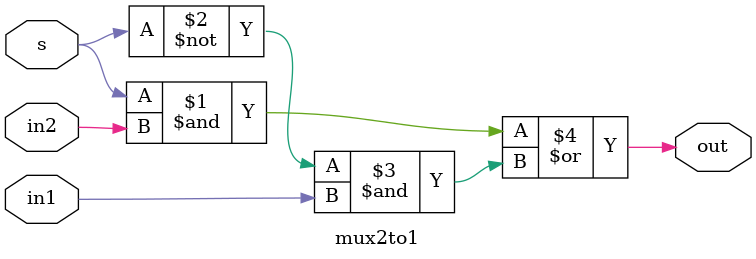
<source format=v>


module mux(LEDR, SW);
    input [9:0] SW;
    output [9:0] LEDR;
	 wire uv;
	 wire wx;
    mux2to1 uov(// Choose between u and v
        .in1(SW[0]),
        .in2(SW[1]),
        .s(SW[4]),
        .out(uv)
        );
	 mux2to1 wox(// Choose between w and x
        .in1(SW[2]),
        .in2(SW[3]),
        .s(SW[4]),
        .out(wx)
        ); 
	 mux2to1 final(// Choose between uv and wx
        .in1(uv),
        .in2(wx),
        .s(SW[5]),
        .out(LEDR[9])
        ); 
endmodule

module mux2to1(in1, in2, s, out);
    input in1; //selected when s is 0
    input in2; //selected when s is 1
    input s; //select signal
    output out; //output
  
    assign out = s & in2 | ~s & in1;
    // OR
    // assign m = s ? y : x;
endmodule
</source>
